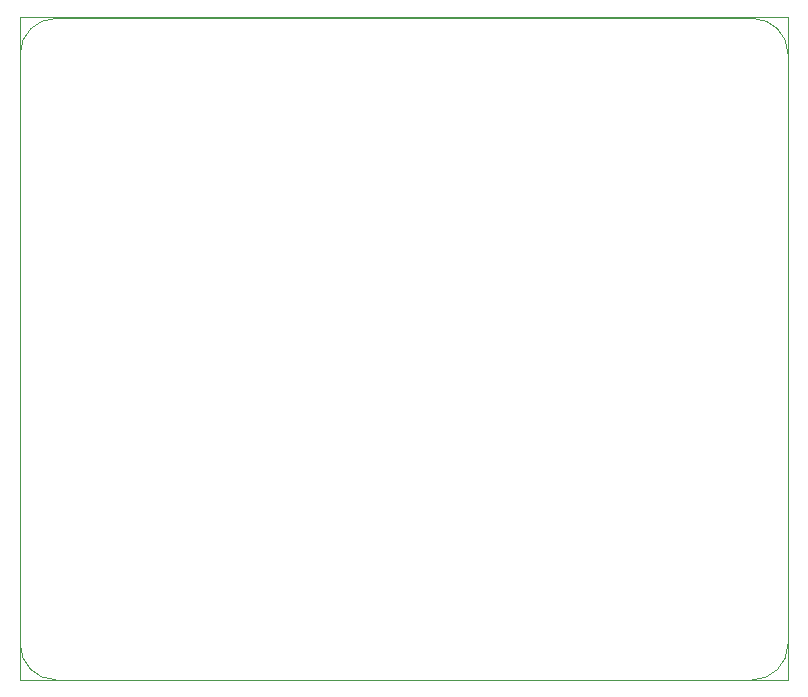
<source format=gbr>
G04 #@! TF.GenerationSoftware,KiCad,Pcbnew,(5.1.0)-1*
G04 #@! TF.CreationDate,2021-12-23T12:13:41+02:00*
G04 #@! TF.ProjectId,RPI_HAT_sensors,5250495f-4841-4545-9f73-656e736f7273,rev?*
G04 #@! TF.SameCoordinates,Original*
G04 #@! TF.FileFunction,Other,User*
%FSLAX46Y46*%
G04 Gerber Fmt 4.6, Leading zero omitted, Abs format (unit mm)*
G04 Created by KiCad (PCBNEW (5.1.0)-1) date 2021-12-23 12:13:41*
%MOMM*%
%LPD*%
G04 APERTURE LIST*
%ADD10C,0.050000*%
%ADD11C,0.100000*%
G04 APERTURE END LIST*
D10*
X78486000Y-60706000D02*
X78486000Y-116840000D01*
X143510000Y-60706000D02*
X78486000Y-60706000D01*
X143510000Y-60706000D02*
X143510000Y-116840000D01*
X143510000Y-116840000D02*
X78486000Y-116840000D01*
D11*
X78546356Y-63817611D02*
X78546356Y-113817611D01*
X78546356Y-63817611D02*
G75*
G02X81546356Y-60817611I3000000J0D01*
G01*
X140546356Y-60817611D02*
X81546356Y-60817611D01*
X140546356Y-60817611D02*
G75*
G02X143546356Y-63817611I0J-3000000D01*
G01*
X143546356Y-113817611D02*
X143546356Y-63817611D01*
X81546356Y-116817611D02*
G75*
G02X78546356Y-113817611I0J3000000D01*
G01*
X81546356Y-116817611D02*
X140546356Y-116817611D01*
X143546351Y-113822847D02*
G75*
G02X140546356Y-116817611I-2999995J5236D01*
G01*
M02*

</source>
